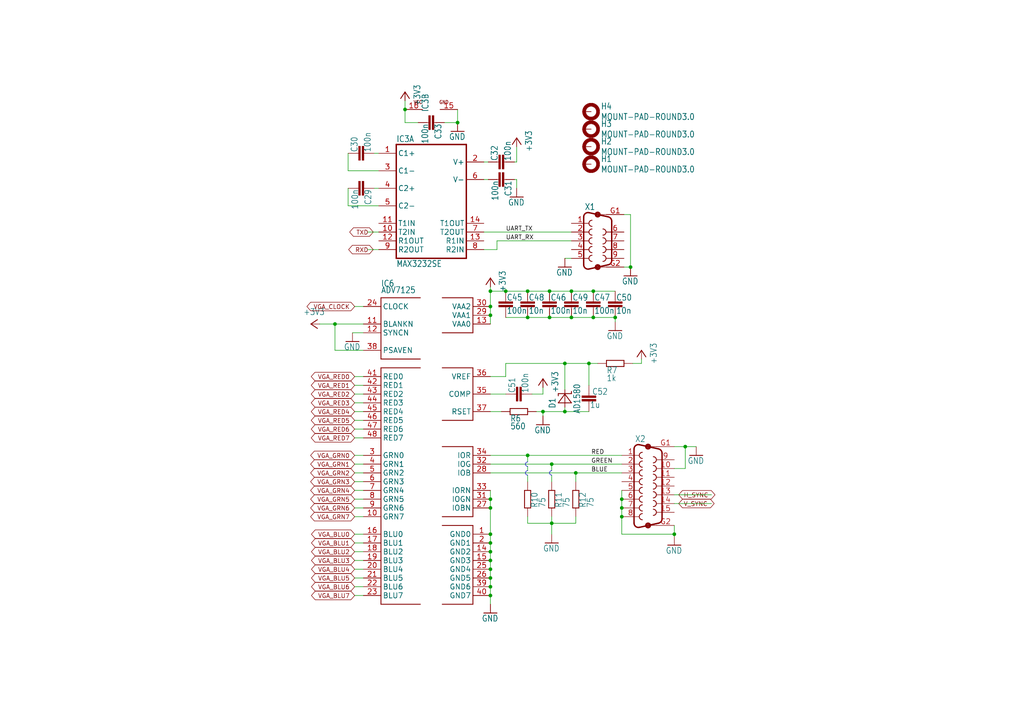
<source format=kicad_sch>
(kicad_sch (version 20250114) (generator "eeschema") (generator_version "9.0")
  (paper "A4")
  (lib_symbols
    (symbol "STCC1-V5a-eagle-import:+3V3" (power)
      (symbol "+3V3_1_0"
        (polyline (pts (xy 0 0) (xy -1.27 -1.905)) (stroke (width 0.254)))
        (polyline (pts (xy 1.27 -1.905) (xy 0 0)) (stroke (width 0.254)))
        (pin power_in line (at 0 -2.54 90) (length 2.54) (name "+3V3") (number "1"))
      )
    )
    (symbol "STCC1-V5a-eagle-import:AD1580"
      (property "Reference" "D" (at -2.9464 2.6416 0))
      (symbol "AD1580_1_0"
        (polyline (pts (xy -1.27 1.905) (xy -1.27 -1.905)) (stroke (width 0.254)))
        (polyline (pts (xy -1.27 -1.905) (xy 1.27 0)) (stroke (width 0.254)))
        (polyline (pts (xy 1.27 0) (xy -1.27 1.905)) (stroke (width 0.254)))
        (polyline (pts (xy 1.397 1.905) (xy 0.762 1.905)) (stroke (width 0.254)))
        (polyline (pts (xy 1.397 1.905) (xy 1.397 -1.905)) (stroke (width 0.254)))
        (polyline (pts (xy 1.397 -1.905) (xy 2.032 -1.905)) (stroke (width 0.254)))
        (pin passive line (at -2.54 0 0) (length 2.54) (name "A") (number "2"))
        (pin passive line (at 2.54 0 180) (length 2.54) (name "C") (number "1"))
      )
    )
    (symbol "STCC1-V5a-eagle-import:ADV7125"
      (property "Reference" "IC" (at -13.97 48.895 0))
      (symbol "ADV7125_1_0"
        (polyline (pts (xy -13.97 45.72) (xy -13.97 27.94)) (stroke (width 0.254)))
        (polyline (pts (xy -13.97 27.94) (xy -2.54 27.94)) (stroke (width 0.254)))
        (polyline (pts (xy -13.97 25.4) (xy -13.97 -43.18)) (stroke (width 0.254)))
        (polyline (pts (xy -13.97 -43.18) (xy -2.54 -43.18)) (stroke (width 0.254)))
        (polyline (pts (xy -2.54 45.72) (xy -13.97 45.72)) (stroke (width 0.254)))
        (polyline (pts (xy -2.54 25.4) (xy -13.97 25.4)) (stroke (width 0.254)))
        (polyline (pts (xy 3.81 45.72) (xy 12.7 45.72)) (stroke (width 0.254)))
        (polyline (pts (xy 3.81 25.4) (xy 12.7 25.4)) (stroke (width 0.254)))
        (polyline (pts (xy 3.81 -17.78) (xy 12.7 -17.78)) (stroke (width 0.254)))
        (polyline (pts (xy 3.81 -43.18) (xy 12.7 -43.18)) (stroke (width 0.254)))
        (polyline (pts (xy 12.7 45.72) (xy 12.7 35.56)) (stroke (width 0.254)))
        (polyline (pts (xy 12.7 35.56) (xy 3.81 35.56)) (stroke (width 0.254)))
        (polyline (pts (xy 12.7 25.4) (xy 12.7 10.16)) (stroke (width 0.254)))
        (polyline (pts (xy 12.7 10.16) (xy 3.81 10.16)) (stroke (width 0.254)))
        (polyline (pts (xy 12.7 2.54) (xy 3.81 2.54)) (stroke (width 0.254)))
        (polyline (pts (xy 12.7 -17.78) (xy 12.7 2.54)) (stroke (width 0.254)))
        (polyline (pts (xy 12.7 -20.32) (xy 3.81 -20.32)) (stroke (width 0.254)))
        (polyline (pts (xy 12.7 -43.18) (xy 12.7 -20.32)) (stroke (width 0.254)))
        (pin bidirectional line (at -19.05 43.18 0) (length 5.08) (name "CLOCK") (number "24"))
        (pin bidirectional line (at -19.05 38.1 0) (length 5.08) (name "BLANKN") (number "11"))
        (pin bidirectional line (at -19.05 35.56 0) (length 5.08) (name "SYNCN") (number "12"))
        (pin bidirectional line (at -19.05 30.48 0) (length 5.08) (name "PSAVEN") (number "38"))
        (pin bidirectional line (at -19.05 22.86 0) (length 5.08) (name "RED0") (number "41"))
        (pin bidirectional line (at -19.05 20.32 0) (length 5.08) (name "RED1") (number "42"))
        (pin bidirectional line (at -19.05 17.78 0) (length 5.08) (name "RED2") (number "43"))
        (pin bidirectional line (at -19.05 15.24 0) (length 5.08) (name "RED3") (number "44"))
        (pin bidirectional line (at -19.05 12.7 0) (length 5.08) (name "RED4") (number "45"))
        (pin bidirectional line (at -19.05 10.16 0) (length 5.08) (name "RED5") (number "46"))
        (pin bidirectional line (at -19.05 7.62 0) (length 5.08) (name "RED6") (number "47"))
        (pin bidirectional line (at -19.05 5.08 0) (length 5.08) (name "RED7") (number "48"))
        (pin bidirectional line (at -19.05 0 0) (length 5.08) (name "GRN0") (number "3"))
        (pin bidirectional line (at -19.05 -2.54 0) (length 5.08) (name "GRN1") (number "4"))
        (pin bidirectional line (at -19.05 -5.08 0) (length 5.08) (name "GRN2") (number "5"))
        (pin bidirectional line (at -19.05 -7.62 0) (length 5.08) (name "GRN3") (number "6"))
        (pin bidirectional line (at -19.05 -10.16 0) (length 5.08) (name "GRN4") (number "7"))
        (pin bidirectional line (at -19.05 -12.7 0) (length 5.08) (name "GRN5") (number "8"))
        (pin bidirectional line (at -19.05 -15.24 0) (length 5.08) (name "GRN6") (number "9"))
        (pin bidirectional line (at -19.05 -17.78 0) (length 5.08) (name "GRN7") (number "10"))
        (pin bidirectional line (at -19.05 -22.86 0) (length 5.08) (name "BLU0") (number "16"))
        (pin bidirectional line (at -19.05 -25.4 0) (length 5.08) (name "BLU1") (number "17"))
        (pin bidirectional line (at -19.05 -27.94 0) (length 5.08) (name "BLU2") (number "18"))
        (pin bidirectional line (at -19.05 -30.48 0) (length 5.08) (name "BLU3") (number "19"))
        (pin bidirectional line (at -19.05 -33.02 0) (length 5.08) (name "BLU4") (number "20"))
        (pin bidirectional line (at -19.05 -35.56 0) (length 5.08) (name "BLU5") (number "21"))
        (pin bidirectional line (at -19.05 -38.1 0) (length 5.08) (name "BLU6") (number "22"))
        (pin bidirectional line (at -19.05 -40.64 0) (length 5.08) (name "BLU7") (number "23"))
        (pin bidirectional line (at 17.78 43.18 180) (length 5.08) (name "VAA2") (number "30"))
        (pin bidirectional line (at 17.78 40.64 180) (length 5.08) (name "VAA1") (number "29"))
        (pin bidirectional line (at 17.78 38.1 180) (length 5.08) (name "VAA0") (number "13"))
        (pin bidirectional line (at 17.78 22.86 180) (length 5.08) (name "VREF") (number "36"))
        (pin bidirectional line (at 17.78 17.78 180) (length 5.08) (name "COMP") (number "35"))
        (pin bidirectional line (at 17.78 12.7 180) (length 5.08) (name "RSET") (number "37"))
        (pin bidirectional line (at 17.78 0 180) (length 5.08) (name "IOR") (number "34"))
        (pin bidirectional line (at 17.78 -2.54 180) (length 5.08) (name "IOG") (number "32"))
        (pin bidirectional line (at 17.78 -5.08 180) (length 5.08) (name "IOB") (number "28"))
        (pin bidirectional line (at 17.78 -10.16 180) (length 5.08) (name "IORN") (number "33"))
        (pin bidirectional line (at 17.78 -12.7 180) (length 5.08) (name "IOGN") (number "31"))
        (pin bidirectional line (at 17.78 -15.24 180) (length 5.08) (name "IOBN") (number "27"))
        (pin bidirectional line (at 17.78 -22.86 180) (length 5.08) (name "GND0") (number "1"))
        (pin bidirectional line (at 17.78 -25.4 180) (length 5.08) (name "GND1") (number "2"))
        (pin bidirectional line (at 17.78 -27.94 180) (length 5.08) (name "GND2") (number "14"))
        (pin bidirectional line (at 17.78 -30.48 180) (length 5.08) (name "GND3") (number "15"))
        (pin bidirectional line (at 17.78 -33.02 180) (length 5.08) (name "GND4") (number "25"))
        (pin bidirectional line (at 17.78 -35.56 180) (length 5.08) (name "GND5") (number "26"))
        (pin bidirectional line (at 17.78 -38.1 180) (length 5.08) (name "GND6") (number "39"))
        (pin bidirectional line (at 17.78 -40.64 180) (length 5.08) (name "GND7") (number "40"))
      )
    )
    (symbol "STCC1-V5a-eagle-import:C-EUC0805"
      (property "Reference" "C" (at 1.524 0.381 0))
      (symbol "C-EUC0805_1_0"
        (rectangle (start -2.032 -1.016) (end 2.032 -0.508) (fill (type outline)))
        (rectangle (start -2.032 -2.032) (end 2.032 -1.524) (fill (type outline)))
        (polyline (pts (xy 0 0) (xy 0 -0.508)) (stroke (width 0.1524)))
        (polyline (pts (xy 0 -2.54) (xy 0 -2.032)) (stroke (width 0.1524)))
        (pin passive line (at 0 2.54 270) (length 2.54) (name "1") (number "1"))
        (pin passive line (at 0 -5.08 90) (length 2.54) (name "2") (number "2"))
      )
    )
    (symbol "STCC1-V5a-eagle-import:F09HP"
      (property "Reference" "X" (at -3.81 8.89 0))
      (symbol "F09HP_1_0"
        (polyline (pts (xy -4.064 -6.9312) (xy -4.064 6.9312)) (stroke (width 0.4064)))
        (arc (start -2.5225 -8.172) (mid -3.5903 -7.9206) (end -4.064 -6.9312) (stroke (width 0.4064)))
        (arc (start -4.064 6.9312) (mid -3.5902 7.9205) (end -2.5225 8.1719) (stroke (width 0.4064)))
        (polyline (pts (xy -2.5226 8.1718) (xy 0 7.62)) (stroke (width 0.4064)))
        (polyline (pts (xy -2.5226 -8.1718) (xy 0 -7.62)) (stroke (width 0.4064)))
        (arc (start -1.651 4.191) (mid -2.54 5.08) (end -1.651 5.969) (stroke (width 0.254)))
        (arc (start -1.651 1.651) (mid -2.54 2.54) (end -1.651 3.429) (stroke (width 0.254)))
        (arc (start -1.651 -0.889) (mid -2.54 0) (end -1.651 0.889) (stroke (width 0.254)))
        (arc (start -1.651 -3.429) (mid -2.54 -2.54) (end -1.651 -1.651) (stroke (width 0.254)))
        (arc (start -1.651 -5.969) (mid -2.54 -5.08) (end -1.651 -4.191) (stroke (width 0.254)))
        (circle (center 0 7.62) (radius 0.254) (stroke (width 0.6096)))
        (polyline (pts (xy 0 7.62) (xy 3.0654 6.9494)) (stroke (width 0.4064)))
        (polyline (pts (xy 0 -7.62) (xy 2.54 -7.62)) (stroke (width 0.1524)))
        (polyline (pts (xy 0 -7.62) (xy 3.0654 -6.9494)) (stroke (width 0.4064)))
        (circle (center 0 -7.62) (radius 0.254) (stroke (width 0.6096)))
        (arc (start 1.524 3.429) (mid 2.413 2.54) (end 1.524 1.651) (stroke (width 0.254)))
        (arc (start 1.524 0.889) (mid 2.413 0) (end 1.524 -0.889) (stroke (width 0.254)))
        (arc (start 1.524 -1.651) (mid 2.413 -2.54) (end 1.524 -3.429) (stroke (width 0.254)))
        (arc (start 1.524 -4.191) (mid 2.413 -5.08) (end 1.524 -5.969) (stroke (width 0.254)))
        (polyline (pts (xy 2.54 7.62) (xy 0 7.62)) (stroke (width 0.1524)))
        (arc (start 4.064 -5.7087) (mid 3.7833 -6.505) (end 3.0654 -6.9494) (stroke (width 0.4064)))
        (arc (start 3.0654 6.9495) (mid 3.7834 6.5052) (end 4.0642 5.7088) (stroke (width 0.4064)))
        (polyline (pts (xy 4.064 -5.7088) (xy 4.064 5.7088)) (stroke (width 0.4064)))
        (pin passive line (at -7.62 5.08 0) (length 5.08) (name "1") (number "1"))
        (pin passive line (at -7.62 2.54 0) (length 5.08) (name "2") (number "2"))
        (pin passive line (at -7.62 0 0) (length 5.08) (name "3") (number "3"))
        (pin passive line (at -7.62 -2.54 0) (length 5.08) (name "4") (number "4"))
        (pin passive line (at -7.62 -5.08 0) (length 5.08) (name "5") (number "5"))
        (pin passive line (at 7.62 7.62 180) (length 5.08) (name "G1") (number "G1"))
        (pin passive line (at 7.62 2.54 180) (length 5.08) (name "6") (number "6"))
        (pin passive line (at 7.62 0 180) (length 5.08) (name "7") (number "7"))
        (pin passive line (at 7.62 -2.54 180) (length 5.08) (name "8") (number "8"))
        (pin passive line (at 7.62 -5.08 180) (length 5.08) (name "9") (number "9"))
        (pin passive line (at 7.62 -7.62 180) (length 5.08) (name "G2") (number "G2"))
      )
    )
    (symbol "STCC1-V5a-eagle-import:F15HDH"
      (property "Reference" "X" (at -3.81 11.43 0))
      (symbol "F15HDH_1_0"
        (polyline (pts (xy -4.064 -12.0112) (xy -4.064 9.4712)) (stroke (width 0.4064)))
        (arc (start -2.5225 -13.252) (mid -3.5903 -13.0006) (end -4.064 -12.0112) (stroke (width 0.4064)))
        (arc (start -4.064 9.4712) (mid -3.5902 10.4605) (end -2.5225 10.7119) (stroke (width 0.4064)))
        (polyline (pts (xy -2.5226 10.7118) (xy 3.0654 9.4894)) (stroke (width 0.4064)))
        (polyline (pts (xy -2.5226 -13.2518) (xy 3.0654 -12.0294)) (stroke (width 0.4064)))
        (arc (start -1.651 6.731) (mid -2.54 7.62) (end -1.651 8.509) (stroke (width 0.254)))
        (arc (start -1.651 4.191) (mid -2.54 5.08) (end -1.651 5.969) (stroke (width 0.254)))
        (arc (start -1.651 1.651) (mid -2.54 2.54) (end -1.651 3.429) (stroke (width 0.254)))
        (arc (start -1.651 -0.889) (mid -2.54 0) (end -1.651 0.889) (stroke (width 0.254)))
        (arc (start -1.651 -3.429) (mid -2.54 -2.54) (end -1.651 -1.651) (stroke (width 0.254)))
        (arc (start -1.651 -5.969) (mid -2.54 -5.08) (end -1.651 -4.191) (stroke (width 0.254)))
        (arc (start -1.651 -8.509) (mid -2.54 -7.62) (end -1.651 -6.731) (stroke (width 0.254)))
        (arc (start -1.651 -11.049) (mid -2.54 -10.16) (end -1.651 -9.271) (stroke (width 0.254)))
        (circle (center 0 10.16) (radius 0.254) (stroke (width 0.6096)))
        (circle (center 0 -12.7) (radius 0.254) (stroke (width 0.6096)))
        (arc (start 1.524 7.239) (mid 2.413 6.35) (end 1.524 5.461) (stroke (width 0.254)))
        (arc (start 1.524 4.699) (mid 2.413 3.81) (end 1.524 2.921) (stroke (width 0.254)))
        (arc (start 1.524 2.159) (mid 2.413 1.27) (end 1.524 0.381) (stroke (width 0.254)))
        (arc (start 1.524 -0.381) (mid 2.413 -1.27) (end 1.524 -2.159) (stroke (width 0.254)))
        (arc (start 1.524 -2.921) (mid 2.413 -3.81) (end 1.524 -4.699) (stroke (width 0.254)))
        (arc (start 1.524 -5.461) (mid 2.413 -6.35) (end 1.524 -7.239) (stroke (width 0.254)))
        (arc (start 1.524 -8.001) (mid 2.413 -8.89) (end 1.524 -9.779) (stroke (width 0.254)))
        (polyline (pts (xy 2.54 10.16) (xy 0 10.16)) (stroke (width 0.1524)))
        (polyline (pts (xy 2.54 -12.7) (xy 0 -12.7)) (stroke (width 0.1524)))
        (arc (start 4.064 -10.7887) (mid 3.7833 -11.585) (end 3.0654 -12.0294) (stroke (width 0.4064)))
        (arc (start 3.0654 9.4895) (mid 3.7834 9.0452) (end 4.0642 8.2488) (stroke (width 0.4064)))
        (polyline (pts (xy 4.064 -10.7888) (xy 4.064 8.2488)) (stroke (width 0.4064)))
        (pin passive line (at -7.62 7.62 0) (length 5.08) (name "1") (number "1"))
        (pin passive line (at -7.62 5.08 0) (length 5.08) (name "2") (number "2"))
        (pin passive line (at -7.62 2.54 0) (length 5.08) (name "3") (number "3"))
        (pin passive line (at -7.62 0 0) (length 5.08) (name "4") (number "4"))
        (pin passive line (at -7.62 -2.54 0) (length 5.08) (name "5") (number "5"))
        (pin passive line (at -7.62 -5.08 0) (length 5.08) (name "6") (number "6"))
        (pin passive line (at -7.62 -7.62 0) (length 5.08) (name "7") (number "7"))
        (pin passive line (at -7.62 -10.16 0) (length 5.08) (name "8") (number "8"))
        (pin passive line (at 7.62 10.16 180) (length 5.08) (name "G1") (number "G1"))
        (pin passive line (at 7.62 6.35 180) (length 5.08) (name "9") (number "9"))
        (pin passive line (at 7.62 3.81 180) (length 5.08) (name "10") (number "10"))
        (pin passive line (at 7.62 1.27 180) (length 5.08) (name "11") (number "11"))
        (pin passive line (at 7.62 -1.27 180) (length 5.08) (name "12") (number "12"))
        (pin passive line (at 7.62 -3.81 180) (length 5.08) (name "13") (number "13"))
        (pin passive line (at 7.62 -6.35 180) (length 5.08) (name "14") (number "14"))
        (pin passive line (at 7.62 -8.89 180) (length 5.08) (name "15") (number "15"))
        (pin passive line (at 7.62 -12.7 180) (length 5.08) (name "G2") (number "G2"))
      )
    )
    (symbol "STCC1-V5a-eagle-import:GND" (power)
      (symbol "GND_1_0"
        (polyline (pts (xy -1.905 0) (xy 1.905 0)) (stroke (width 0.254)))
        (pin power_in line (at 0 2.54 270) (length 2.54) (name "GND") (number "1"))
      )
    )
    (symbol "STCC1-V5a-eagle-import:MAX3232SE"
      (property "Reference" "IC" (at -0.762 -0.762 0))
      (symbol "MAX3232SE_1_0"
        (polyline (pts (xy -10.16 15.24) (xy -10.16 -17.78)) (stroke (width 0.4064)))
        (polyline (pts (xy -10.16 15.24) (xy 10.16 15.24)) (stroke (width 0.4064)))
        (polyline (pts (xy 10.16 -17.78) (xy -10.16 -17.78)) (stroke (width 0.4064)))
        (polyline (pts (xy 10.16 -17.78) (xy 10.16 15.24)) (stroke (width 0.4064)))
        (pin bidirectional line (at -15.24 12.7 0) (length 5.08) (name "C1+") (number "1"))
        (pin bidirectional line (at -15.24 7.62 0) (length 5.08) (name "C1-") (number "3"))
        (pin bidirectional line (at -15.24 2.54 0) (length 5.08) (name "C2+") (number "4"))
        (pin bidirectional line (at -15.24 -2.54 0) (length 5.08) (name "C2-") (number "5"))
        (pin input line (at -15.24 -7.62 0) (length 5.08) (name "T1IN") (number "11"))
        (pin input line (at -15.24 -10.16 0) (length 5.08) (name "T2IN") (number "10"))
        (pin output line (at -15.24 -12.7 0) (length 5.08) (name "R1OUT") (number "12"))
        (pin output line (at -15.24 -15.24 0) (length 5.08) (name "R2OUT") (number "9"))
        (pin bidirectional line (at 15.24 10.16 180) (length 5.08) (name "V+") (number "2"))
        (pin bidirectional line (at 15.24 5.08 180) (length 5.08) (name "V-") (number "6"))
        (pin output line (at 15.24 -7.62 180) (length 5.08) (name "T1OUT") (number "14"))
        (pin output line (at 15.24 -10.16 180) (length 5.08) (name "T2OUT") (number "7"))
        (pin input line (at 15.24 -12.7 180) (length 5.08) (name "R1IN") (number "13"))
        (pin input line (at 15.24 -15.24 180) (length 5.08) (name "R2IN") (number "8"))
      )
      (symbol "MAX3232SE_2_0"
        (text "VCC" (at 1.524 2.54 900) (effects (font (size 1.016 0.8636)) (justify left bottom)))
        (text "GND" (at 1.524 -5.08 900) (effects (font (size 1.016 0.8636)) (justify left bottom)))
        (pin power_in line (at 0 7.62 270) (length 5.08) (name "VCC") (number "16"))
        (pin power_in line (at 0 -7.62 90) (length 5.08) (name "GND") (number "15"))
      )
    )
    (symbol "STCC1-V5a-eagle-import:MOUNT-PAD-ROUND3.0"
      (property "Reference" "H" (at 2.794 0.5842 0))
      (symbol "MOUNT-PAD-ROUND3.0_1_0"
        (arc (start 2.032 -0.254) (mid 1.448 -1.448) (end 0.254 -2.032) (stroke (width 1.016)))
        (arc (start 0.254 2.032) (mid 1.448 1.448) (end 2.032 0.254) (stroke (width 1.016)))
        (arc (start -2.032 0.254) (mid -1.448 1.448) (end -0.254 2.032) (stroke (width 1.016)))
        (arc (start -0.254 -2.032) (mid -1.448 -1.448) (end -2.032 -0.254) (stroke (width 1.016)))
        (circle (center 0 0) (radius 1.524) (stroke (width 0.0508)))
        (pin passive line (at -2.54 0 0) (length 2.54) (name "MOUNT") (number "B3,0"))
      )
    )
    (symbol "STCC1-V5a-eagle-import:R-EU_R0805"
      (property "Reference" "R" (at -3.81 1.4986 0))
      (symbol "R-EU_R0805_1_0"
        (polyline (pts (xy -2.54 -0.889) (xy -2.54 0.889)) (stroke (width 0.254)))
        (polyline (pts (xy -2.54 -0.889) (xy 2.54 -0.889)) (stroke (width 0.254)))
        (polyline (pts (xy 2.54 0.889) (xy -2.54 0.889)) (stroke (width 0.254)))
        (polyline (pts (xy 2.54 -0.889) (xy 2.54 0.889)) (stroke (width 0.254)))
        (pin passive line (at -5.08 0 0) (length 2.54) (name "1") (number "1"))
        (pin passive line (at 5.08 0 180) (length 2.54) (name "2") (number "2"))
      )
    )
  )
  (arc (start 153.035 137.795) (mid 152.4 137.16) (end 153.035 136.525) (stroke (width 0.1524)))
  (arc (start 160.02 137.795) (mid 159.385 137.16) (end 160.02 136.525) (stroke (width 0.1524)))
  (arc (start 153.035 135.255) (mid 152.4 134.62) (end 153.035 133.985) (stroke (width 0.1524)))
  (junction (at 163.83 105.41))
  (junction (at 153.035 84.455))
  (junction (at 142.24 144.78))
  (junction (at 153.035 132.08))
  (junction (at 180.34 144.78))
  (junction (at 142.24 84.455))
  (junction (at 180.34 149.86))
  (junction (at 142.24 162.56))
  (junction (at 165.735 92.075))
  (junction (at 117.475 31.75))
  (junction (at 172.085 84.455))
  (junction (at 142.24 91.44))
  (junction (at 97.155 93.98))
  (junction (at 182.88 77.47))
  (junction (at 178.435 92.075))
  (junction (at 180.34 147.32))
  (junction (at 142.24 165.1))
  (junction (at 132.715 35.56))
  (junction (at 142.24 147.32))
  (junction (at 142.24 154.94))
  (junction (at 142.24 167.64))
  (junction (at 195.58 154.94))
  (junction (at 160.02 151.765))
  (junction (at 165.735 84.455))
  (junction (at 172.085 92.075))
  (junction (at 170.815 105.41))
  (junction (at 146.685 84.455))
  (junction (at 142.24 88.9))
  (junction (at 159.385 84.455))
  (junction (at 153.035 92.075))
  (junction (at 142.24 170.18))
  (junction (at 142.24 160.02))
  (junction (at 159.385 92.075))
  (junction (at 142.24 157.48))
  (junction (at 163.83 119.38))
  (junction (at 167.005 137.16))
  (junction (at 160.02 134.62))
  (junction (at 198.755 129.54))
  (junction (at 142.24 172.72))
  (junction (at 157.48 119.38))
  (wire (pts (xy 142.24 93.98) (xy 142.24 91.44)) (stroke (width 0.1524)))
  (wire (pts (xy 165.735 84.455) (xy 172.085 84.455)) (stroke (width 0.1524)))
  (wire (pts (xy 198.755 135.89) (xy 198.755 129.54)) (stroke (width 0.1524)))
  (wire (pts (xy 105.41 144.78) (xy 102.87 144.78)) (stroke (width 0.1524)))
  (wire (pts (xy 142.24 172.72) (xy 142.24 175.26)) (stroke (width 0.1524)))
  (wire (pts (xy 149.225 52.07) (xy 149.86 52.07)) (stroke (width 0.1524)))
  (wire (pts (xy 105.41 147.32) (xy 102.87 147.32)) (stroke (width 0.1524)))
  (wire (pts (xy 155.575 119.38) (xy 157.48 119.38)) (stroke (width 0.1524)))
  (wire (pts (xy 97.155 101.6) (xy 97.155 93.98)) (stroke (width 0.1524)))
  (wire (pts (xy 165.735 92.075) (xy 172.085 92.075)) (stroke (width 0.1524)))
  (wire (pts (xy 105.41 111.76) (xy 102.87 111.76)) (stroke (width 0.1524)))
  (wire (pts (xy 141.605 46.99) (xy 140.335 46.99)) (stroke (width 0.1524)))
  (wire (pts (xy 182.88 62.23) (xy 182.88 77.47)) (stroke (width 0.1524)))
  (wire (pts (xy 92.71 93.98) (xy 97.155 93.98)) (stroke (width 0.1524)))
  (wire (pts (xy 105.41 162.56) (xy 102.87 162.56)) (stroke (width 0.1524)))
  (wire (pts (xy 146.685 105.41) (xy 163.83 105.41)) (stroke (width 0.1524)))
  (wire (pts (xy 157.48 114.3) (xy 157.48 112.395)) (stroke (width 0.1524)))
  (wire (pts (xy 109.855 67.31) (xy 106.68 67.31)) (stroke (width 0.1524)))
  (wire (pts (xy 153.035 136.525) (xy 153.035 135.255)) (stroke (width 0.1524)))
  (wire (pts (xy 160.02 136.525) (xy 160.02 134.62)) (stroke (width 0.1524)))
  (wire (pts (xy 142.24 147.32) (xy 142.24 154.94)) (stroke (width 0.1524)))
  (wire (pts (xy 153.035 92.075) (xy 159.385 92.075)) (stroke (width 0.1524)))
  (wire (pts (xy 195.58 154.94) (xy 195.58 155.575)) (stroke (width 0.1524)))
  (wire (pts (xy 163.83 118.11) (xy 163.83 119.38)) (stroke (width 0.1524)))
  (wire (pts (xy 105.41 142.24) (xy 102.87 142.24)) (stroke (width 0.1524)))
  (wire (pts (xy 128.905 35.56) (xy 132.715 35.56)) (stroke (width 0.1524)))
  (wire (pts (xy 182.88 77.47) (xy 180.975 77.47)) (stroke (width 0.1524)))
  (wire (pts (xy 142.24 170.18) (xy 142.24 172.72)) (stroke (width 0.1524)))
  (wire (pts (xy 142.24 167.64) (xy 142.24 170.18)) (stroke (width 0.1524)))
  (wire (pts (xy 105.41 121.92) (xy 102.87 121.92)) (stroke (width 0.1524)))
  (wire (pts (xy 163.83 119.38) (xy 157.48 119.38)) (stroke (width 0.1524)))
  (wire (pts (xy 142.24 154.94) (xy 142.24 157.48)) (stroke (width 0.1524)))
  (wire (pts (xy 154.305 114.3) (xy 157.48 114.3)) (stroke (width 0.1524)))
  (wire (pts (xy 100.965 49.53) (xy 100.965 44.45)) (stroke (width 0.1524)))
  (wire (pts (xy 170.815 105.41) (xy 173.355 105.41)) (stroke (width 0.1524)))
  (wire (pts (xy 144.145 72.39) (xy 144.145 69.85)) (stroke (width 0.1524)))
  (wire (pts (xy 140.335 67.31) (xy 165.735 67.31)) (stroke (width 0.1524)))
  (wire (pts (xy 105.41 139.7) (xy 102.87 139.7)) (stroke (width 0.1524)))
  (wire (pts (xy 105.41 154.94) (xy 102.87 154.94)) (stroke (width 0.1524)))
  (wire (pts (xy 160.02 151.765) (xy 160.02 154.94)) (stroke (width 0.1524)))
  (wire (pts (xy 145.415 119.38) (xy 142.24 119.38)) (stroke (width 0.1524)))
  (wire (pts (xy 146.685 109.22) (xy 146.685 105.41)) (stroke (width 0.1524)))
  (wire (pts (xy 141.605 52.07) (xy 140.335 52.07)) (stroke (width 0.1524)))
  (wire (pts (xy 160.02 139.7) (xy 160.02 137.795)) (stroke (width 0.1524)))
  (wire (pts (xy 167.005 139.7) (xy 167.005 137.16)) (stroke (width 0.1524)))
  (wire (pts (xy 144.145 69.85) (xy 165.735 69.85)) (stroke (width 0.1524)))
  (wire (pts (xy 117.475 31.75) (xy 117.475 35.56)) (stroke (width 0.1524)))
  (wire (pts (xy 142.24 132.08) (xy 153.035 132.08)) (stroke (width 0.1524)))
  (wire (pts (xy 109.855 72.39) (xy 106.68 72.39)) (stroke (width 0.1524)))
  (wire (pts (xy 172.085 84.455) (xy 178.435 84.455)) (stroke (width 0.1524)))
  (wire (pts (xy 108.585 54.61) (xy 109.855 54.61)) (stroke (width 0.1524)))
  (wire (pts (xy 206.375 146.05) (xy 195.58 146.05)) (stroke (width 0.1524)))
  (wire (pts (xy 105.41 116.84) (xy 102.87 116.84)) (stroke (width 0.1524)))
  (wire (pts (xy 180.34 154.94) (xy 195.58 154.94)) (stroke (width 0.1524)))
  (wire (pts (xy 157.48 119.38) (xy 157.48 120.65)) (stroke (width 0.1524)))
  (wire (pts (xy 142.24 162.56) (xy 142.24 165.1)) (stroke (width 0.1524)))
  (wire (pts (xy 178.435 93.345) (xy 178.435 92.075)) (stroke (width 0.1524)))
  (wire (pts (xy 105.41 170.18) (xy 102.87 170.18)) (stroke (width 0.1524)))
  (wire (pts (xy 167.005 149.86) (xy 167.005 151.765)) (stroke (width 0.1524)))
  (wire (pts (xy 142.24 144.78) (xy 142.24 147.32)) (stroke (width 0.1524)))
  (wire (pts (xy 195.58 129.54) (xy 198.755 129.54)) (stroke (width 0.1524)))
  (wire (pts (xy 105.41 165.1) (xy 102.87 165.1)) (stroke (width 0.1524)))
  (wire (pts (xy 105.41 167.64) (xy 102.87 167.64)) (stroke (width 0.1524)))
  (wire (pts (xy 146.685 84.455) (xy 153.035 84.455)) (stroke (width 0.1524)))
  (wire (pts (xy 105.41 160.02) (xy 102.87 160.02)) (stroke (width 0.1524)))
  (wire (pts (xy 195.58 135.89) (xy 198.755 135.89)) (stroke (width 0.1524)))
  (wire (pts (xy 160.02 134.62) (xy 180.34 134.62)) (stroke (width 0.1524)))
  (wire (pts (xy 142.24 134.62) (xy 160.02 134.62)) (stroke (width 0.1524)))
  (wire (pts (xy 109.855 49.53) (xy 100.965 49.53)) (stroke (width 0.1524)))
  (wire (pts (xy 142.24 84.455) (xy 142.24 83.185)) (stroke (width 0.1524)))
  (wire (pts (xy 105.41 172.72) (xy 102.87 172.72)) (stroke (width 0.1524)))
  (wire (pts (xy 159.385 84.455) (xy 165.735 84.455)) (stroke (width 0.1524)))
  (wire (pts (xy 149.86 46.99) (xy 149.86 42.545)) (stroke (width 0.1524)))
  (wire (pts (xy 153.035 84.455) (xy 159.385 84.455)) (stroke (width 0.1524)))
  (wire (pts (xy 206.375 143.51) (xy 195.58 143.51)) (stroke (width 0.1524)))
  (wire (pts (xy 142.24 137.16) (xy 167.005 137.16)) (stroke (width 0.1524)))
  (wire (pts (xy 159.385 92.075) (xy 165.735 92.075)) (stroke (width 0.1524)))
  (wire (pts (xy 142.24 91.44) (xy 142.24 88.9)) (stroke (width 0.1524)))
  (wire (pts (xy 180.34 144.78) (xy 180.34 147.32)) (stroke (width 0.1524)))
  (wire (pts (xy 183.515 105.41) (xy 186.055 105.41)) (stroke (width 0.1524)))
  (wire (pts (xy 153.035 133.985) (xy 153.035 132.08)) (stroke (width 0.1524)))
  (wire (pts (xy 180.34 142.24) (xy 180.34 144.78)) (stroke (width 0.1524)))
  (wire (pts (xy 153.035 132.08) (xy 180.34 132.08)) (stroke (width 0.1524)))
  (wire (pts (xy 105.41 119.38) (xy 102.87 119.38)) (stroke (width 0.1524)))
  (wire (pts (xy 153.035 139.7) (xy 153.035 137.795)) (stroke (width 0.1524)))
  (wire (pts (xy 146.685 84.455) (xy 142.24 84.455)) (stroke (width 0.1524)))
  (wire (pts (xy 105.41 132.08) (xy 102.87 132.08)) (stroke (width 0.1524)))
  (wire (pts (xy 100.965 59.69) (xy 100.965 54.61)) (stroke (width 0.1524)))
  (wire (pts (xy 117.475 35.56) (xy 121.285 35.56)) (stroke (width 0.1524)))
  (wire (pts (xy 146.685 92.075) (xy 153.035 92.075)) (stroke (width 0.1524)))
  (wire (pts (xy 167.005 151.765) (xy 160.02 151.765)) (stroke (width 0.1524)))
  (wire (pts (xy 105.41 127) (xy 102.87 127)) (stroke (width 0.1524)))
  (wire (pts (xy 163.83 113.03) (xy 163.83 105.41)) (stroke (width 0.1524)))
  (wire (pts (xy 153.035 151.765) (xy 153.035 149.86)) (stroke (width 0.1524)))
  (wire (pts (xy 180.34 149.86) (xy 180.34 154.94)) (stroke (width 0.1524)))
  (wire (pts (xy 149.225 46.99) (xy 149.86 46.99)) (stroke (width 0.1524)))
  (wire (pts (xy 105.41 96.52) (xy 102.235 96.52)) (stroke (width 0.1524)))
  (wire (pts (xy 170.815 119.38) (xy 163.83 119.38)) (stroke (width 0.1524)))
  (wire (pts (xy 167.005 137.16) (xy 180.34 137.16)) (stroke (width 0.1524)))
  (wire (pts (xy 105.41 88.9) (xy 102.87 88.9)) (stroke (width 0.1524)))
  (wire (pts (xy 160.02 149.86) (xy 160.02 151.765)) (stroke (width 0.1524)))
  (wire (pts (xy 142.24 157.48) (xy 142.24 160.02)) (stroke (width 0.1524)))
  (wire (pts (xy 97.155 93.98) (xy 105.41 93.98)) (stroke (width 0.1524)))
  (wire (pts (xy 142.24 109.22) (xy 146.685 109.22)) (stroke (width 0.1524)))
  (wire (pts (xy 198.755 129.54) (xy 201.93 129.54)) (stroke (width 0.1524)))
  (wire (pts (xy 105.41 101.6) (xy 97.155 101.6)) (stroke (width 0.1524)))
  (wire (pts (xy 186.055 105.41) (xy 186.055 104.14)) (stroke (width 0.1524)))
  (wire (pts (xy 108.585 44.45) (xy 109.855 44.45)) (stroke (width 0.1524)))
  (wire (pts (xy 140.335 72.39) (xy 144.145 72.39)) (stroke (width 0.1524)))
  (wire (pts (xy 105.41 114.3) (xy 102.87 114.3)) (stroke (width 0.1524)))
  (wire (pts (xy 142.24 114.3) (xy 146.685 114.3)) (stroke (width 0.1524)))
  (wire (pts (xy 109.855 59.69) (xy 100.965 59.69)) (stroke (width 0.1524)))
  (wire (pts (xy 142.24 142.24) (xy 142.24 144.78)) (stroke (width 0.1524)))
  (wire (pts (xy 163.83 105.41) (xy 170.815 105.41)) (stroke (width 0.1524)))
  (wire (pts (xy 170.815 111.76) (xy 170.815 105.41)) (stroke (width 0.1524)))
  (wire (pts (xy 160.02 151.765) (xy 153.035 151.765)) (stroke (width 0.1524)))
  (wire (pts (xy 105.41 149.86) (xy 102.87 149.86)) (stroke (width 0.1524)))
  (wire (pts (xy 195.58 152.4) (xy 195.58 154.94)) (stroke (width 0.1524)))
  (wire (pts (xy 105.41 157.48) (xy 102.87 157.48)) (stroke (width 0.1524)))
  (wire (pts (xy 142.24 160.02) (xy 142.24 162.56)) (stroke (width 0.1524)))
  (wire (pts (xy 105.41 134.62) (xy 102.87 134.62)) (stroke (width 0.1524)))
  (wire (pts (xy 117.475 31.75) (xy 117.475 29.21)) (stroke (width 0.1524)))
  (wire (pts (xy 149.86 52.07) (xy 149.86 54.61)) (stroke (width 0.1524)))
  (wire (pts (xy 105.41 137.16) (xy 102.87 137.16)) (stroke (width 0.1524)))
  (wire (pts (xy 163.83 74.93) (xy 165.735 74.93)) (stroke (width 0.1524)))
  (wire (pts (xy 132.715 35.56) (xy 132.715 31.75)) (stroke (width 0.1524)))
  (wire (pts (xy 180.34 147.32) (xy 180.34 149.86)) (stroke (width 0.1524)))
  (wire (pts (xy 180.975 62.23) (xy 182.88 62.23)) (stroke (width 0.1524)))
  (wire (pts (xy 105.41 109.22) (xy 102.87 109.22)) (stroke (width 0.1524)))
  (wire (pts (xy 142.24 88.9) (xy 142.24 84.455)) (stroke (width 0.1524)))
  (wire (pts (xy 142.24 165.1) (xy 142.24 167.64)) (stroke (width 0.1524)))
  (wire (pts (xy 105.41 124.46) (xy 102.87 124.46)) (stroke (width 0.1524)))
  (wire (pts (xy 172.085 92.075) (xy 178.435 92.075)) (stroke (width 0.1524)))
  (label "BLUE" (at 171.45 137.16 0) (effects (font (size 1.2446 1.2446))))
  (label "UART_RX" (at 146.685 69.85 0) (effects (font (size 1.2446 1.2446))))
  (label "GREEN" (at 171.45 134.62 0) (effects (font (size 1.2446 1.2446))))
  (label "RED" (at 171.45 132.08 0) (effects (font (size 1.2446 1.2446))))
  (label "UART_TX" (at 146.685 67.31 0) (effects (font (size 1.2446 1.2446))))
  (global_label "VGA_RED6" (shape bidirectional) (at 102.87 124.46 180) (effects (font (size 1.2446 1.2446))) (property "Intersheetrefs" "${INTERSHEET_REFS}" (effects (hide yes))))
  (global_label "VGA_GRN0" (shape bidirectional) (at 102.87 132.08 180) (effects (font (size 1.2446 1.2446))) (property "Intersheetrefs" "${INTERSHEET_REFS}" (effects (hide yes))))
  (global_label "VGA_BLU4" (shape bidirectional) (at 102.87 165.1 180) (effects (font (size 1.2446 1.2446))) (property "Intersheetrefs" "${INTERSHEET_REFS}" (effects (hide yes))))
  (global_label "VGA_RED0" (shape bidirectional) (at 102.87 109.22 180) (effects (font (size 1.2446 1.2446))) (property "Intersheetrefs" "${INTERSHEET_REFS}" (effects (hide yes))))
  (global_label "VGA_BLU0" (shape bidirectional) (at 102.87 154.94 180) (effects (font (size 1.2446 1.2446))) (property "Intersheetrefs" "${INTERSHEET_REFS}" (effects (hide yes))))
  (global_label "VGA_GRN7" (shape bidirectional) (at 102.87 149.86 180) (effects (font (size 1.2446 1.2446))) (property "Intersheetrefs" "${INTERSHEET_REFS}" (effects (hide yes))))
  (global_label "VGA_BLU1" (shape bidirectional) (at 102.87 157.48 180) (effects (font (size 1.2446 1.2446))) (property "Intersheetrefs" "${INTERSHEET_REFS}" (effects (hide yes))))
  (global_label "VGA_BLU3" (shape bidirectional) (at 102.87 162.56 180) (effects (font (size 1.2446 1.2446))) (property "Intersheetrefs" "${INTERSHEET_REFS}" (effects (hide yes))))
  (global_label "VGA_GRN5" (shape bidirectional) (at 102.87 144.78 180) (effects (font (size 1.2446 1.2446))) (property "Intersheetrefs" "${INTERSHEET_REFS}" (effects (hide yes))))
  (global_label "VGA_CLOCK" (shape bidirectional) (at 102.87 88.9 180) (effects (font (size 1.2446 1.2446))) (property "Intersheetrefs" "${INTERSHEET_REFS}" (effects (hide yes))))
  (global_label "VGA_RED2" (shape bidirectional) (at 102.87 114.3 180) (effects (font (size 1.2446 1.2446))) (property "Intersheetrefs" "${INTERSHEET_REFS}" (effects (hide yes))))
  (global_label "VGA_BLU2" (shape bidirectional) (at 102.87 160.02 180) (effects (font (size 1.2446 1.2446))) (property "Intersheetrefs" "${INTERSHEET_REFS}" (effects (hide yes))))
  (global_label "VGA_BLU5" (shape bidirectional) (at 102.87 167.64 180) (effects (font (size 1.2446 1.2446))) (property "Intersheetrefs" "${INTERSHEET_REFS}" (effects (hide yes))))
  (global_label "VGA_RED1" (shape bidirectional) (at 102.87 111.76 180) (effects (font (size 1.2446 1.2446))) (property "Intersheetrefs" "${INTERSHEET_REFS}" (effects (hide yes))))
  (global_label "VGA_GRN3" (shape bidirectional) (at 102.87 139.7 180) (effects (font (size 1.2446 1.2446))) (property "Intersheetrefs" "${INTERSHEET_REFS}" (effects (hide yes))))
  (global_label "VGA_BLU7" (shape bidirectional) (at 102.87 172.72 180) (effects (font (size 1.2446 1.2446))) (property "Intersheetrefs" "${INTERSHEET_REFS}" (effects (hide yes))))
  (global_label "VGA_GRN2" (shape bidirectional) (at 102.87 137.16 180) (effects (font (size 1.2446 1.2446))) (property "Intersheetrefs" "${INTERSHEET_REFS}" (effects (hide yes))))
  (global_label "VGA_RED7" (shape bidirectional) (at 102.87 127 180) (effects (font (size 1.2446 1.2446))) (property "Intersheetrefs" "${INTERSHEET_REFS}" (effects (hide yes))))
  (global_label "VGA_RED4" (shape bidirectional) (at 102.87 119.38 180) (effects (font (size 1.2446 1.2446))) (property "Intersheetrefs" "${INTERSHEET_REFS}" (effects (hide yes))))
  (global_label "VGA_GRN1" (shape bidirectional) (at 102.87 134.62 180) (effects (font (size 1.2446 1.2446))) (property "Intersheetrefs" "${INTERSHEET_REFS}" (effects (hide yes))))
  (global_label "VGA_GRN4" (shape bidirectional) (at 102.87 142.24 180) (effects (font (size 1.2446 1.2446))) (property "Intersheetrefs" "${INTERSHEET_REFS}" (effects (hide yes))))
  (global_label "V_SYNC" (shape bidirectional) (at 196.85 146.05 0) (effects (font (size 1.2446 1.2446))) (property "Intersheetrefs" "${INTERSHEET_REFS}" (effects (hide yes))))
  (global_label "TXD" (shape bidirectional) (at 108.2675 67.31 180) (effects (font (size 1.2446 1.2446))) (property "Intersheetrefs" "${INTERSHEET_REFS}" (effects (hide yes))))
  (global_label "VGA_GRN6" (shape bidirectional) (at 102.87 147.32 180) (effects (font (size 1.2446 1.2446))) (property "Intersheetrefs" "${INTERSHEET_REFS}" (effects (hide yes))))
  (global_label "RXD" (shape bidirectional) (at 108.2675 72.39 180) (effects (font (size 1.2446 1.2446))) (property "Intersheetrefs" "${INTERSHEET_REFS}" (effects (hide yes))))
  (global_label "H_SYNC" (shape bidirectional) (at 196.85 143.51 0) (effects (font (size 1.2446 1.2446))) (property "Intersheetrefs" "${INTERSHEET_REFS}" (effects (hide yes))))
  (global_label "VGA_RED3" (shape bidirectional) (at 102.87 116.84 180) (effects (font (size 1.2446 1.2446))) (property "Intersheetrefs" "${INTERSHEET_REFS}" (effects (hide yes))))
  (global_label "VGA_RED5" (shape bidirectional) (at 102.87 121.92 180) (effects (font (size 1.2446 1.2446))) (property "Intersheetrefs" "${INTERSHEET_REFS}" (effects (hide yes))))
  (global_label "VGA_BLU6" (shape bidirectional) (at 102.87 170.18 180) (effects (font (size 1.2446 1.2446))) (property "Intersheetrefs" "${INTERSHEET_REFS}" (effects (hide yes))))
  (symbol (lib_id "STCC1-V5a-eagle-import:F09HP") (at 173.355 69.85 0) (unit 1)
    (property "Reference" "X1" (at 169.545 60.96 0) (effects (font (size 1.778 1.5113)) (justify left bottom)))
    (property "Value" "F09HP" (effects (hide yes)))
    (property "Footprint" "STCC1-V5a:F09HP" (effects (hide yes)))
  )
  (symbol (lib_id "STCC1-V5a-eagle-import:MAX3232SE") (at 125.095 31.75 90) (unit 2)
    (property "Reference" "IC3" (at 124.333 32.512 0) (effects (font (size 1.778 1.5113)) (justify left bottom)))
    (property "Value" "MAX3232SE" (effects (hide yes)))
    (property "Footprint" "STCC1-V5a:SO16" (effects (hide yes)))
  )
  (symbol (lib_id "STCC1-V5a-eagle-import:GND") (at 178.435 95.885 0) (unit 1)
    (property "Reference" "#GND27" (effects (hide yes)))
    (property "Value" "GND" (at 175.895 98.425 0) (effects (font (size 1.778 1.5113)) (justify left bottom)))
  )
  (symbol (lib_id "STCC1-V5a-eagle-import:GND") (at 182.88 80.01 0) (unit 1)
    (property "Reference" "#GND24" (effects (hide yes)))
    (property "Value" "GND" (at 180.34 82.55 0) (effects (font (size 1.778 1.5113)) (justify left bottom)))
  )
  (symbol (lib_id "STCC1-V5a-eagle-import:GND") (at 160.02 157.48 0) (unit 1)
    (property "Reference" "#GND29" (effects (hide yes)))
    (property "Value" "GND" (at 157.48 160.02 0) (effects (font (size 1.778 1.5113)) (justify left bottom)))
  )
  (symbol (lib_id "STCC1-V5a-eagle-import:R-EU_R0805") (at 167.005 144.78 90) (unit 1)
    (property "Reference" "R12" (at 169.9514 147.32 0) (effects (font (size 1.778 1.5113)) (justify left bottom)))
    (property "Value" "75" (at 172.212 147.32 0) (effects (font (size 1.778 1.5113)) (justify left bottom)))
    (property "Footprint" "STCC1-V5a:R0805" (effects (hide yes)))
  )
  (symbol (lib_id "STCC1-V5a-eagle-import:C-EUC0805") (at 178.435 86.995 0) (unit 1)
    (property "Reference" "C50" (at 178.689 87.249 0) (effects (font (size 1.778 1.5113)) (justify left bottom)))
    (property "Value" "10n" (at 178.689 91.059 0) (effects (font (size 1.778 1.5113)) (justify left bottom)))
    (property "Footprint" "STCC1-V5a:C0805" (effects (hide yes)))
  )
  (symbol (lib_id "STCC1-V5a-eagle-import:R-EU_R0805") (at 150.495 119.38 0) (unit 1)
    (property "Reference" "R6" (at 147.955 122.3264 0) (effects (font (size 1.778 1.5113)) (justify left bottom)))
    (property "Value" "560" (at 147.955 124.587 0) (effects (font (size 1.778 1.5113)) (justify left bottom)))
    (property "Footprint" "STCC1-V5a:R0805" (effects (hide yes)))
  )
  (symbol (lib_id "STCC1-V5a-eagle-import:ADV7125") (at 124.46 132.08 0) (unit 1)
    (property "Reference" "IC6" (at 110.49 83.185 0) (effects (font (size 1.778 1.5113)) (justify left bottom)))
    (property "Value" "ADV7125" (at 110.49 85.09 0) (effects (font (size 1.778 1.5113)) (justify left bottom)))
    (property "Footprint" "STCC1-V5a:LQFP48" (effects (hide yes)))
  )
  (symbol (lib_id "STCC1-V5a-eagle-import:+3V3") (at 142.24 80.645 0) (unit 1)
    (property "Reference" "#+3V11" (effects (hide yes)))
    (property "Value" "+3V3" (at 144.78 78.4225 90) (effects (font (size 1.778 1.5113)) (justify right top)))
  )
  (symbol (lib_id "STCC1-V5a-eagle-import:MOUNT-PAD-ROUND3.0") (at 171.45 32.385 0) (unit 1)
    (property "Reference" "H4" (at 174.244 31.8008 0) (effects (font (size 1.778 1.5113)) (justify left bottom)))
    (property "Value" "MOUNT-PAD-ROUND3.0" (at 174.244 34.8488 0) (effects (font (size 1.778 1.5113)) (justify left bottom)))
    (property "Footprint" "STCC1-V5a:3,0-PAD" (effects (hide yes)))
  )
  (symbol (lib_id "STCC1-V5a-eagle-import:GND") (at 195.58 158.115 0) (unit 1)
    (property "Reference" "#GND21" (effects (hide yes)))
    (property "Value" "GND" (at 193.04 160.655 0) (effects (font (size 1.778 1.5113)) (justify left bottom)))
  )
  (symbol (lib_id "STCC1-V5a-eagle-import:MOUNT-PAD-ROUND3.0") (at 171.45 42.545 0) (unit 1)
    (property "Reference" "H2" (at 174.244 41.9608 0) (effects (font (size 1.778 1.5113)) (justify left bottom)))
    (property "Value" "MOUNT-PAD-ROUND3.0" (at 174.244 45.0088 0) (effects (font (size 1.778 1.5113)) (justify left bottom)))
    (property "Footprint" "STCC1-V5a:3,0-PAD" (effects (hide yes)))
  )
  (symbol (lib_id "STCC1-V5a-eagle-import:C-EUC0805") (at 144.145 46.99 90) (unit 1)
    (property "Reference" "C32" (at 144.399 46.736 0) (effects (font (size 1.778 1.5113)) (justify left bottom)))
    (property "Value" "100n" (at 148.209 46.736 0) (effects (font (size 1.778 1.5113)) (justify left bottom)))
    (property "Footprint" "STCC1-V5a:C0805" (effects (hide yes)))
  )
  (symbol (lib_id "STCC1-V5a-eagle-import:F15HDH") (at 187.96 139.7 0) (unit 1)
    (property "Reference" "X2" (at 184.15 128.27 0) (effects (font (size 1.778 1.5113)) (justify left bottom)))
    (property "Value" "F15HDH" (effects (hide yes)))
    (property "Footprint" "STCC1-V5a:HDF15H" (effects (hide yes)))
  )
  (symbol (lib_id "STCC1-V5a-eagle-import:MOUNT-PAD-ROUND3.0") (at 171.45 47.625 0) (unit 1)
    (property "Reference" "H1" (at 174.244 47.0408 0) (effects (font (size 1.778 1.5113)) (justify left bottom)))
    (property "Value" "MOUNT-PAD-ROUND3.0" (at 174.244 50.0888 0) (effects (font (size 1.778 1.5113)) (justify left bottom)))
    (property "Footprint" "STCC1-V5a:3,0-PAD" (effects (hide yes)))
  )
  (symbol (lib_id "STCC1-V5a-eagle-import:GND") (at 142.24 177.8 0) (unit 1)
    (property "Reference" "#GND26" (effects (hide yes)))
    (property "Value" "GND" (at 139.7 180.34 0) (effects (font (size 1.778 1.5113)) (justify left bottom)))
  )
  (symbol (lib_id "STCC1-V5a-eagle-import:C-EUC0805") (at 172.085 86.995 0) (unit 1)
    (property "Reference" "C47" (at 172.339 87.249 0) (effects (font (size 1.778 1.5113)) (justify left bottom)))
    (property "Value" "100n" (at 172.339 91.059 0) (effects (font (size 1.778 1.5113)) (justify left bottom)))
    (property "Footprint" "STCC1-V5a:C0805" (effects (hide yes)))
  )
  (symbol (lib_id "STCC1-V5a-eagle-import:+3V3") (at 157.48 109.855 0) (unit 1)
    (property "Reference" "#+3V13" (effects (hide yes)))
    (property "Value" "+3V3" (at 160.02 107.6325 90) (effects (font (size 1.778 1.5113)) (justify right top)))
  )
  (symbol (lib_id "STCC1-V5a-eagle-import:GND") (at 163.83 77.47 0) (unit 1)
    (property "Reference" "#GND23" (effects (hide yes)))
    (property "Value" "GND" (at 161.29 80.01 0) (effects (font (size 1.778 1.5113)) (justify left bottom)))
  )
  (symbol (lib_id "STCC1-V5a-eagle-import:GND") (at 102.235 99.06 0) (unit 1)
    (property "Reference" "#GND22" (effects (hide yes)))
    (property "Value" "GND" (at 99.695 101.6 0) (effects (font (size 1.778 1.5113)) (justify left bottom)))
  )
  (symbol (lib_id "STCC1-V5a-eagle-import:C-EUC0805") (at 165.735 86.995 0) (unit 1)
    (property "Reference" "C49" (at 165.989 87.249 0) (effects (font (size 1.778 1.5113)) (justify left bottom)))
    (property "Value" "10n" (at 165.989 91.059 0) (effects (font (size 1.778 1.5113)) (justify left bottom)))
    (property "Footprint" "STCC1-V5a:C0805" (effects (hide yes)))
  )
  (symbol (lib_id "STCC1-V5a-eagle-import:C-EUC0805") (at 146.685 86.995 0) (unit 1)
    (property "Reference" "C45" (at 146.939 87.249 0) (effects (font (size 1.778 1.5113)) (justify left bottom)))
    (property "Value" "100n" (at 146.939 91.059 0) (effects (font (size 1.778 1.5113)) (justify left bottom)))
    (property "Footprint" "STCC1-V5a:C0805" (effects (hide yes)))
  )
  (symbol (lib_id "STCC1-V5a-eagle-import:R-EU_R0805") (at 160.02 144.78 90) (unit 1)
    (property "Reference" "R11" (at 162.9664 147.32 0) (effects (font (size 1.778 1.5113)) (justify left bottom)))
    (property "Value" "75" (at 165.227 147.32 0) (effects (font (size 1.778 1.5113)) (justify left bottom)))
    (property "Footprint" "STCC1-V5a:R0805" (effects (hide yes)))
  )
  (symbol (lib_id "STCC1-V5a-eagle-import:C-EUC0805") (at 103.505 44.45 90) (unit 1)
    (property "Reference" "C30" (at 103.759 44.196 0) (effects (font (size 1.778 1.5113)) (justify left bottom)))
    (property "Value" "100n" (at 107.569 44.196 0) (effects (font (size 1.778 1.5113)) (justify left bottom)))
    (property "Footprint" "STCC1-V5a:C0805" (effects (hide yes)))
  )
  (symbol (lib_id "STCC1-V5a-eagle-import:GND") (at 149.86 57.15 0) (unit 1)
    (property "Reference" "#GND20" (effects (hide yes)))
    (property "Value" "GND" (at 147.32 59.69 0) (effects (font (size 1.778 1.5113)) (justify left bottom)))
  )
  (symbol (lib_id "STCC1-V5a-eagle-import:C-EUC0805") (at 170.815 114.3 0) (unit 1)
    (property "Reference" "C52" (at 171.704 114.554 0) (effects (font (size 1.778 1.5113)) (justify left bottom)))
    (property "Value" "1u" (at 171.069 118.364 0) (effects (font (size 1.778 1.5113)) (justify left bottom)))
    (property "Footprint" "STCC1-V5a:C0805" (effects (hide yes)))
  )
  (symbol (lib_id "STCC1-V5a-eagle-import:+3V3") (at 186.055 101.6 0) (unit 1)
    (property "Reference" "#+3V14" (effects (hide yes)))
    (property "Value" "+3V3" (at 188.595 99.3775 90) (effects (font (size 1.778 1.5113)) (justify right top)))
  )
  (symbol (lib_id "STCC1-V5a-eagle-import:+3V3") (at 149.86 40.005 0) (unit 1)
    (property "Reference" "#+3V10" (effects (hide yes)))
    (property "Value" "+3V3" (at 152.4 37.7825 90) (effects (font (size 1.778 1.5113)) (justify right top)))
  )
  (symbol (lib_id "STCC1-V5a-eagle-import:C-EUC0805") (at 146.685 52.07 270) (unit 1)
    (property "Reference" "C31" (at 146.431 52.324 0) (effects (font (size 1.778 1.5113)) (justify left bottom)))
    (property "Value" "100n" (at 142.621 52.324 0) (effects (font (size 1.778 1.5113)) (justify left bottom)))
    (property "Footprint" "STCC1-V5a:C0805" (effects (hide yes)))
  )
  (symbol (lib_id "STCC1-V5a-eagle-import:GND") (at 132.715 38.1 0) (unit 1)
    (property "Reference" "#GND19" (effects (hide yes)))
    (property "Value" "GND" (at 130.175 40.64 0) (effects (font (size 1.778 1.5113)) (justify left bottom)))
  )
  (symbol (lib_id "STCC1-V5a-eagle-import:AD1580") (at 163.83 115.57 90) (unit 1)
    (property "Reference" "D1" (at 161.1884 118.5164 0) (effects (font (size 1.778 1.5113)) (justify left bottom)))
    (property "Value" "AD1580" (at 168.3258 120.0404 0) (effects (font (size 1.778 1.5113)) (justify left bottom)))
    (property "Footprint" "STCC1-V5a:SOT23" (effects (hide yes)))
  )
  (symbol (lib_id "STCC1-V5a-eagle-import:MOUNT-PAD-ROUND3.0") (at 171.45 37.465 0) (unit 1)
    (property "Reference" "H3" (at 174.244 36.8808 0) (effects (font (size 1.778 1.5113)) (justify left bottom)))
    (property "Value" "MOUNT-PAD-ROUND3.0" (at 174.244 39.9288 0) (effects (font (size 1.778 1.5113)) (justify left bottom)))
    (property "Footprint" "STCC1-V5a:3,0-PAD" (effects (hide yes)))
  )
  (symbol (lib_id "STCC1-V5a-eagle-import:+3V3") (at 90.17 93.98 90) (unit 1)
    (property "Reference" "#+3V15" (effects (hide yes)))
    (property "Value" "+3V3" (at 87.9475 91.44 90) (effects (font (size 1.778 1.5113)) (justify right top)))
  )
  (symbol (lib_id "STCC1-V5a-eagle-import:+3V3") (at 117.475 26.67 0) (unit 1)
    (property "Reference" "#+3V9" (effects (hide yes)))
    (property "Value" "+3V3" (at 120.015 24.4475 90) (effects (font (size 1.778 1.5113)) (justify right top)))
  )
  (symbol (lib_id "STCC1-V5a-eagle-import:GND") (at 201.93 132.08 0) (unit 1)
    (property "Reference" "#GND25" (effects (hide yes)))
    (property "Value" "GND" (at 199.39 134.62 0) (effects (font (size 1.778 1.5113)) (justify left bottom)))
  )
  (symbol (lib_id "STCC1-V5a-eagle-import:MAX3232SE") (at 125.095 57.15 0) (unit 1)
    (property "Reference" "IC3" (at 114.935 41.275 0) (effects (font (size 1.778 1.5113)) (justify left bottom)))
    (property "Value" "MAX3232SE" (at 114.935 77.47 0) (effects (font (size 1.778 1.5113)) (justify left bottom)))
    (property "Footprint" "STCC1-V5a:SO16" (effects (hide yes)))
  )
  (symbol (lib_id "STCC1-V5a-eagle-import:GND") (at 157.48 123.19 0) (unit 1)
    (property "Reference" "#GND28" (effects (hide yes)))
    (property "Value" "GND" (at 154.94 125.73 0) (effects (font (size 1.778 1.5113)) (justify left bottom)))
  )
  (symbol (lib_id "STCC1-V5a-eagle-import:R-EU_R0805") (at 178.435 105.41 0) (unit 1)
    (property "Reference" "R7" (at 175.895 108.3564 0) (effects (font (size 1.778 1.5113)) (justify left bottom)))
    (property "Value" "1k" (at 175.895 110.617 0) (effects (font (size 1.778 1.5113)) (justify left bottom)))
    (property "Footprint" "STCC1-V5a:R0805" (effects (hide yes)))
  )
  (symbol (lib_id "STCC1-V5a-eagle-import:C-EUC0805") (at 153.035 86.995 0) (unit 1)
    (property "Reference" "C48" (at 153.289 87.249 0) (effects (font (size 1.778 1.5113)) (justify left bottom)))
    (property "Value" "10n" (at 153.289 91.059 0) (effects (font (size 1.778 1.5113)) (justify left bottom)))
    (property "Footprint" "STCC1-V5a:C0805" (effects (hide yes)))
  )
  (symbol (lib_id "STCC1-V5a-eagle-import:C-EUC0805") (at 106.045 54.61 270) (unit 1)
    (property "Reference" "C29" (at 105.791 54.864 0) (effects (font (size 1.778 1.5113)) (justify left bottom)))
    (property "Value" "100n" (at 101.981 54.864 0) (effects (font (size 1.778 1.5113)) (justify left bottom)))
    (property "Footprint" "STCC1-V5a:C0805" (effects (hide yes)))
  )
  (symbol (lib_id "STCC1-V5a-eagle-import:C-EUC0805") (at 149.225 114.3 90) (unit 1)
    (property "Reference" "C51" (at 149.479 114.046 0) (effects (font (size 1.778 1.5113)) (justify left bottom)))
    (property "Value" "100n" (at 153.289 114.046 0) (effects (font (size 1.778 1.5113)) (justify left bottom)))
    (property "Footprint" "STCC1-V5a:C0805" (effects (hide yes)))
  )
  (symbol (lib_id "STCC1-V5a-eagle-import:C-EUC0805") (at 126.365 35.56 270) (unit 1)
    (property "Reference" "C33" (at 126.111 35.814 0) (effects (font (size 1.778 1.5113)) (justify left bottom)))
    (property "Value" "100n" (at 122.301 35.814 0) (effects (font (size 1.778 1.5113)) (justify left bottom)))
    (property "Footprint" "STCC1-V5a:C0805" (effects (hide yes)))
  )
  (symbol (lib_id "STCC1-V5a-eagle-import:C-EUC0805") (at 159.385 86.995 0) (unit 1)
    (property "Reference" "C46" (at 159.639 87.249 0) (effects (font (size 1.778 1.5113)) (justify left bottom)))
    (property "Value" "100n" (at 159.639 91.059 0) (effects (font (size 1.778 1.5113)) (justify left bottom)))
    (property "Footprint" "STCC1-V5a:C0805" (effects (hide yes)))
  )
  (symbol (lib_id "STCC1-V5a-eagle-import:R-EU_R0805") (at 153.035 144.78 90) (unit 1)
    (property "Reference" "R10" (at 155.9814 147.32 0) (effects (font (size 1.778 1.5113)) (justify left bottom)))
    (property "Value" "75" (at 158.242 147.32 0) (effects (font (size 1.778 1.5113)) (justify left bottom)))
    (property "Footprint" "STCC1-V5a:R0805" (effects (hide yes)))
  )
)
</source>
